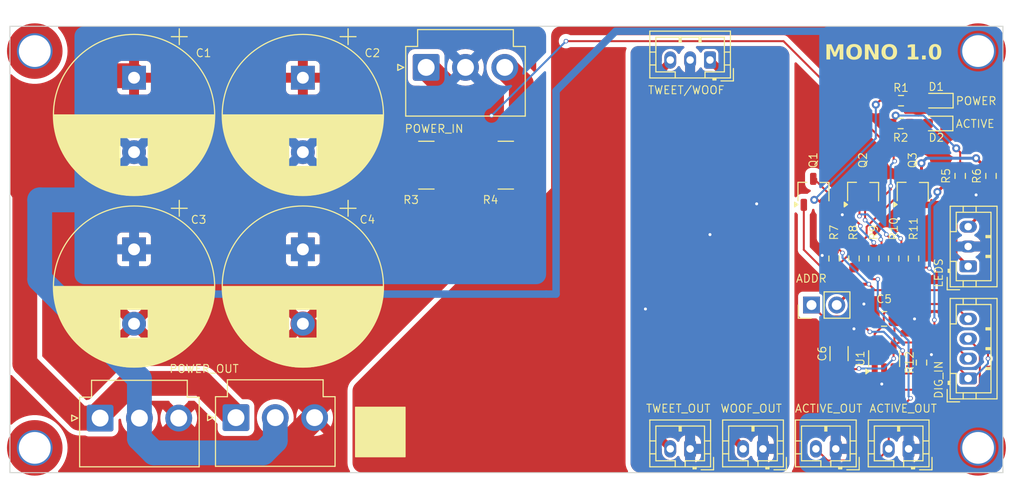
<source format=kicad_pcb>
(kicad_pcb (version 20240108) (generator "pcbnew") (generator_version "8.0")
  (layers (0 "F.Cu" signal) (31 "B.Cu" signal) (34 "B.Paste" user) (35 "F.Paste" user) (36 "B.SilkS" user "B.Silkscreen") (37 "F.SilkS" user "F.Silkscreen") (38 "B.Mask" user) (39 "F.Mask" user) (44 "Edge.Cuts" user))
  (net 0 "")
  (net 1 "VM")
  (net 2 "VP")
  (net 3 "PGND")
  (net 4 "POS")
  (net 5 "NEG")
  (net 6 "3V3")
  (net 7 "SCL")
  (net 8 "SDA")
  (net 9 "TWEETER")
  (net 10 "WOOFER")
  (net 11 "ACTIVE_IN")
  (net 12 "ACTIVE_OUT")
  (net 13 "AGND")
  (net 14 "Net-(Q1-B)")
  (net 15 "Net-(Q1-C)")
  (net 16 "Net-(Q2-B)")
  (net 17 "Net-(Q3-B)")
  (net 18 "ACTIVE_NEG")
  (net 19 "Net-(D1-A)")
  (net 20 "LED_ACTIVE")
  (net 21 "LED_STANDBY")
  (net 22 "Net-(D2-A)")
  (net 23 "Net-(J4-Pin_1)")
  (footprint "Capacitor_THT:CP_Radial_D16.0mm_P7.50mm" (layer "F.Cu") (at 98.4 95.987246 -90)
    (property "Reference" "C3" (at -2.987246 -6.5 0) (layer "F.SilkS") (effects (font (size 0.8 0.8) (thickness 0.1))))
    (property "Value" "2200u 50V")
    (pad "1" thru_hole rect (at 0 0 270) (size 2.4 2.4) (drill 1.2) (layers "*.Cu" "*.Mask") (net 3 "PGND"))
    (pad "2" thru_hole circle (at 7.5 0 270) (size 2.4 2.4) (drill 1.2) (layers "*.Cu" "*.Mask") (net 5 "NEG"))
  )
  (footprint "Connector_JST:JST_PH_B2B-PH-K_1x02_P2.00mm_Vertical" (layer "F.Cu") (at 154.4 116.1 180)
    (property "Reference" "J8" (hide yes))
    (property "Value" "Conn_01x02_Pin")
    (pad "1" thru_hole roundrect (at 0 0 180) (size 1.2 1.75) (drill 0.75) (layers "*.Cu" "*.Mask") (roundrect_rratio 0.208333) (net 13 "AGND"))
    (pad "2" thru_hole oval (at 2 0 180) (size 1.2 1.75) (drill 0.75) (layers "*.Cu" "*.Mask") (net 9 "TWEETER"))
  )
  (footprint "Capacitor_THT:CP_Radial_D16.0mm_P7.50mm" (layer "F.Cu") (at 98.4 78.687246 -90)
    (property "Reference" "C1" (at -2.487246 -7 0) (layer "F.SilkS") (effects (font (size 0.8 0.8) (thickness 0.1))))
    (property "Value" "2200u 50V")
    (pad "1" thru_hole rect (at 0 0 270) (size 2.4 2.4) (drill 1.2) (layers "*.Cu" "*.Mask") (net 4 "POS"))
    (pad "2" thru_hole circle (at 7.5 0 270) (size 2.4 2.4) (drill 1.2) (layers "*.Cu" "*.Mask") (net 3 "PGND"))
  )
  (footprint "Resistor_SMD:R_0603_1608Metric_Pad0.98x0.95mm_HandSolder" (layer "F.Cu") (at 174.9 96.9125 90)
    (property "Reference" "R10" (at 3 0 90) (layer "F.SilkS") (effects (font (size 0.8 0.8) (thickness 0.1))))
    (property "Value" "50K")
    (pad "1" smd roundrect (at -0.9125 0 90) (size 0.975 0.95) (layers "F.Cu" "F.Paste" "F.Mask") (net 5 "NEG"))
    (pad "2" smd roundrect (at 0.9125 0 90) (size 0.975 0.95) (layers "F.Cu" "F.Paste" "F.Mask") (net 16 "Net-(Q2-B)"))
  )
  (footprint "MountingHole:MountingHole_3.2mm_M3_DIN965_Pad_TopOnly" (layer "F.Cu") (at 88.4 76 90)
    (property "Reference" "H1" (hide yes))
    (property "Value" "MountingHole")
    (pad "1" thru_hole circle (at 0 0 90) (size 3.6 3.6) (drill 3.2) (layers "*.Cu" "*.Mask"))
    (pad "1" connect circle (at 0 0 90) (size 5.6 5.6) (layers "F.Cu" "F.Mask"))
  )
  (footprint "MountingHole:MountingHole_3.2mm_M3_DIN965_Pad_TopOnly" (layer "F.Cu") (at 88.4 116 90)
    (property "Reference" "H3" (hide yes))
    (property "Value" "MountingHole")
    (pad "1" thru_hole circle (at 0 0 90) (size 3.6 3.6) (drill 3.2) (layers "*.Cu" "*.Mask"))
    (pad "1" connect circle (at 0 0 90) (size 5.6 5.6) (layers "F.Cu" "F.Mask"))
  )
  (footprint "MountingHole:MountingHole_3.2mm_M3_DIN965_Pad_TopOnly" (layer "F.Cu") (at 183.4 76 90)
    (property "Reference" "H2" (hide yes))
    (property "Value" "MountingHole")
    (pad "1" thru_hole circle (at 0 0 90) (size 3.6 3.6) (drill 3.2) (layers "*.Cu" "*.Mask"))
    (pad "1" connect circle (at 0 0 90) (size 5.6 5.6) (layers "F.Cu" "F.Mask"))
  )
  (footprint "Connector_JST:JST_VH_B3P-VH-B_1x03_P3.96mm_Vertical" (layer "F.Cu") (at 108.6625 112.95)
    (property "Reference" "J6" (hide yes))
    (property "Value" "Conn_01x03_Male")
    (pad "1" thru_hole roundrect (at 0 0) (size 2.7 2.7) (drill 1.7) (layers "*.Cu" "*.Mask") (roundrect_rratio 0.092593) (net 4 "POS"))
    (pad "2" thru_hole circle (at 3.96 0) (size 2.7 2.7) (drill 1.7) (layers "*.Cu" "*.Mask") (net 3 "PGND"))
    (pad "3" thru_hole circle (at 7.92 0) (size 2.7 2.7) (drill 1.7) (layers "*.Cu" "*.Mask") (net 5 "NEG"))
  )
  (footprint "Connector_JST:JST_VH_B3P-VH-B_1x03_P3.96mm_Vertical" (layer "F.Cu") (at 94.98 113)
    (property "Reference" "J7" (hide yes))
    (property "Value" "Conn_01x03_Male")
    (pad "1" thru_hole roundrect (at 0 0) (size 2.7 2.7) (drill 1.7) (layers "*.Cu" "*.Mask") (roundrect_rratio 0.092593) (net 4 "POS"))
    (pad "2" thru_hole circle (at 3.96 0) (size 2.7 2.7) (drill 1.7) (layers "*.Cu" "*.Mask") (net 3 "PGND"))
    (pad "3" thru_hole circle (at 7.92 0) (size 2.7 2.7) (drill 1.7) (layers "*.Cu" "*.Mask") (net 5 "NEG"))
  )
  (footprint "Package_TO_SOT_SMD:TSOT-23" (layer "F.Cu") (at 166.8 90.19 90)
    (property "Reference" "Q1" (at 3.19 0 90) (layer "F.SilkS") (effects (font (size 0.8 0.8) (thickness 0.1))))
    (property "Value" "BC807")
    (pad "1" smd roundrect (at -1.31 -0.95 90) (size 1.22 0.65) (layers "F.Cu" "F.Paste" "F.Mask") (net 14 "Net-(Q1-B)"))
    (pad "2" smd roundrect (at -1.31 0.95 90) (size 1.22 0.65) (layers "F.Cu" "F.Paste" "F.Mask") (net 6 "3V3"))
    (pad "3" smd roundrect (at 1.31 0 90) (size 1.22 0.65) (layers "F.Cu" "F.Paste" "F.Mask") (net 15 "Net-(Q1-C)"))
  )
  (footprint "Connector_JST:JST_PH_B2B-PH-K_1x02_P2.00mm_Vertical" (layer "F.Cu") (at 161.733333 116.1 180)
    (property "Reference" "J9" (hide yes))
    (property "Value" "Conn_01x02_Pin")
    (pad "1" thru_hole roundrect (at 0 0 180) (size 1.2 1.75) (drill 0.75) (layers "*.Cu" "*.Mask") (roundrect_rratio 0.208333) (net 13 "AGND"))
    (pad "2" thru_hole oval (at 2 0 180) (size 1.2 1.75) (drill 0.75) (layers "*.Cu" "*.Mask") (net 10 "WOOFER"))
  )
  (footprint "Connector_JST:JST_PH_B2B-PH-K_1x02_P2.00mm_Vertical" (layer "F.Cu") (at 169.066666 116.1 180)
    (property "Reference" "J10" (hide yes))
    (property "Value" "Conn_01x02_Pin")
    (pad "1" thru_hole roundrect (at 0 0 180) (size 1.2 1.75) (drill 0.75) (layers "*.Cu" "*.Mask") (roundrect_rratio 0.208333) (net 3 "PGND"))
    (pad "2" thru_hole oval (at 2 0 180) (size 1.2 1.75) (drill 0.75) (layers "*.Cu" "*.Mask") (net 12 "ACTIVE_OUT"))
  )
  (footprint "Connector_JST:JST_PH_B3B-PH-K_1x03_P2.00mm_Vertical" (layer "F.Cu") (at 182.4 97.7 90)
    (property "Reference" "J3" (hide yes))
    (property "Value" "Conn_01x03_Pin")
    (pad "1" thru_hole roundrect (at 0 0 90) (size 1.2 1.75) (drill 0.75) (layers "*.Cu" "*.Mask") (roundrect_rratio 0.208333) (net 20 "LED_ACTIVE"))
    (pad "2" thru_hole oval (at 2 0 90) (size 1.2 1.75) (drill 0.75) (layers "*.Cu" "*.Mask") (net 3 "PGND"))
    (pad "3" thru_hole oval (at 4 0 90) (size 1.2 1.75) (drill 0.75) (layers "*.Cu" "*.Mask") (net 21 "LED_STANDBY"))
  )
  (footprint "Resistor_SMD:R_0603_1608Metric_Pad0.98x0.95mm_HandSolder" (layer "F.Cu") (at 170.9 96.9125 -90)
    (property "Reference" "R8" (at -2.619047 0.07 90) (layer "F.SilkS") (effects (font (size 0.8 0.8) (thickness 0.1))))
    (property "Value" "1K")
    (pad "1" smd roundrect (at -0.9125 0 270) (size 0.975 0.95) (layers "F.Cu" "F.Paste" "F.Mask") (net 18 "ACTIVE_NEG"))
    (pad "2" smd roundrect (at 0.9125 0 270) (size 0.975 0.95) (layers "F.Cu" "F.Paste" "F.Mask") (net 14 "Net-(Q1-B)"))
  )
  (footprint "Resistor_SMD:R_1218_3246Metric_Pad1.22x4.75mm_HandSolder" (layer "F.Cu") (at 127.8375 87.5 180)
    (property "Reference" "R3" (at 1.5375 -3.5 0) (layer "F.SilkS") (effects (font (size 0.8 0.8) (thickness 0.1))))
    (property "Value" "470m 3W")
    (pad "1" smd roundrect (at -1.5625 0 180) (size 1.225 4.75) (layers "F.Cu" "F.Paste" "F.Mask") (roundrect_rratio 0.204082) (net 2 "VP"))
    (pad "2" smd roundrect (at 1.5625 0 180) (size 1.225 4.75) (layers "F.Cu" "F.Paste" "F.Mask") (roundrect_rratio 0.204082) (net 4 "POS"))
  )
  (footprint "Connector_JST:JST_VH_B3P-VH-B_1x03_P3.96mm_Vertical" (layer "F.Cu") (at 127.8175 77.64375)
    (property "Reference" "J2" (hide yes))
    (property "Value" "Conn_01x03_Male")
    (pad "1" thru_hole roundrect (at 0 0) (size 2.7 2.7) (drill 1.7) (layers "*.Cu" "*.Mask") (roundrect_rratio 0.092593) (net 2 "VP"))
    (pad "2" thru_hole circle (at 3.96 0) (size 2.7 2.7) (drill 1.7) (layers "*.Cu" "*.Mask") (net 3 "PGND"))
    (pad "3" thru_hole circle (at 7.92 0) (size 2.7 2.7) (drill 1.7) (layers "*.Cu" "*.Mask") (net 1 "VM"))
  )
  (footprint "Capacitor_SMD:C_0805_2012Metric_Pad1.18x1.45mm_HandSolder" (layer "F.Cu") (at 173.9375 103 180)
    (property "Reference" "C5" (at 0 2 0) (layer "F.SilkS") (effects (font (size 0.8 0.8) (thickness 0.1))))
    (property "Value" "0.1u")
    (pad "1" smd roundrect (at -1.0375 0 180) (size 1.175 1.45) (layers "F.Cu" "F.Paste" "F.Mask") (roundrect_rratio 0.212766) (net 6 "3V3"))
    (pad "2" smd roundrect (at 1.0375 0 180) (size 1.175 1.45) (layers "F.Cu" "F.Paste" "F.Mask") (roundrect_rratio 0.212766) (net 3 "PGND"))
  )
  (footprint "Connector_PinHeader_2.54mm:PinHeader_1x02_P2.54mm_Vertical" (layer "F.Cu") (at 166.625 101.6 90)
    (property "Reference" "J4" (hide yes))
    (property "Value" "Conn_01x02_Pin")
    (pad "1" thru_hole rect (at 0 0 90) (size 1.7 1.7) (drill 1) (layers "*.Cu" "*.Mask") (net 23 "Net-(J4-Pin_1)"))
    (pad "2" thru_hole oval (at 0 2.54 90) (size 1.7 1.7) (drill 1) (layers "*.Cu" "*.Mask") (net 6 "3V3"))
  )
  (footprint "Package_TO_SOT_SMD:TSOT-23" (layer "F.Cu") (at 171.8 90.19 90)
    (property "Reference" "Q2" (at 3.19 0 90) (layer "F.SilkS") (effects (font (size 0.8 0.8) (thickness 0.1))))
    (property "Value" "BC817K-40")
    (pad "1" smd roundrect (at -1.31 -0.95 90) (size 1.22 0.65) (layers "F.Cu" "F.Paste" "F.Mask") (net 16 "Net-(Q2-B)"))
    (pad "2" smd roundrect (at -1.31 0.95 90) (size 1.22 0.65) (layers "F.Cu" "F.Paste" "F.Mask") (net 5 "NEG"))
    (pad "3" smd roundrect (at 1.31 0 90) (size 1.22 0.65) (layers "F.Cu" "F.Paste" "F.Mask") (net 12 "ACTIVE_OUT"))
  )
  (footprint "Capacitor_THT:CP_Radial_D16.0mm_P7.50mm" (layer "F.Cu") (at 115.4 95.987246 -90)
    (property "Reference" "C4" (at -3 -6.5 0) (layer "F.SilkS") (effects (font (size 0.8 0.8) (thickness 0.1))))
    (property "Value" "2200u 50V")
    (pad "1" thru_hole rect (at 0 0 270) (size 2.4 2.4) (drill 1.2) (layers "*.Cu" "*.Mask") (net 3 "PGND"))
    (pad "2" thru_hole circle (at 7.5 0 270) (size 2.4 2.4) (drill 1.2) (layers "*.Cu" "*.Mask") (net 5 "NEG"))
  )
  (footprint "Connector_JST:JST_PH_B3B-PH-K_1x03_P2.00mm_Vertical" (layer "F.Cu") (at 156.4 76.9 180)
    (property "Reference" "J1" (hide yes))
    (property "Value" "Conn_01x03_Pin")
    (pad "1" thru_hole roundrect (at 0 0 180) (size 1.2 1.75) (drill 0.75) (layers "*.Cu" "*.Mask") (roundrect_rratio 0.208333) (net 10 "WOOFER"))
    (pad "2" thru_hole oval (at 2 0 180) (size 1.2 1.75) (drill 0.75) (layers "*.Cu" "*.Mask") (net 13 "AGND"))
    (pad "3" thru_hole oval (at 4 0 180) (size 1.2 1.75) (drill 0.75) (layers "*.Cu" "*.Mask") (net 9 "TWEETER"))
  )
  (footprint "Connector_JST:JST_PH_B2B-PH-K_1x02_P2.00mm_Vertical" (layer "F.Cu") (at 176.4 116.1 180)
    (property "Reference" "J11" (hide yes))
    (property "Value" "Conn_01x02_Pin")
    (pad "1" thru_hole roundrect (at 0 0 180) (size 1.2 1.75) (drill 0.75) (layers "*.Cu" "*.Mask") (roundrect_rratio 0.208333) (net 3 "PGND"))
    (pad "2" thru_hole oval (at 2 0 180) (size 1.2 1.75) (drill 0.75) (layers "*.Cu" "*.Mask") (net 12 "ACTIVE_OUT"))
  )
  (footprint "LED_SMD:LED_0603_1608Metric_Pad1.05x0.95mm_HandSolder" (layer "F.Cu") (at 179.225 81 180)
    (property "Reference" "D1" (at 0.0375 1.4 0) (layer "F.SilkS") (effects (font (size 0.8 0.8) (thickness 0.1))))
    (property "Value" "BLUE")
    (pad "1" smd roundrect (at -0.875 0 180) (size 1.05 0.95) (layers "F.Cu" "F.Paste" "F.Mask") (net 3 "PGND"))
    (pad "2" smd roundrect (at 0.875 0 180) (size 1.05 0.95) (layers "F.Cu" "F.Paste" "F.Mask") (net 19 "Net-(D1-A)"))
  )
  (footprint "Resistor_SMD:R_1218_3246Metric_Pad1.22x4.75mm_HandSolder" (layer "F.Cu") (at 135.8375 87.5 180)
    (property "Reference" "R4" (at 1.5375 -3.5 0) (layer "F.SilkS") (effects (font (size 0.8 0.8) (thickness 0.1))))
    (property "Value" "470m 3W")
    (pad "1" smd roundrect (at -1.5625 0 180) (size 1.225 4.75) (layers "F.Cu" "F.Paste" "F.Mask") (roundrect_rratio 0.204082) (net 1 "VM"))
    (pad "2" smd roundrect (at 1.5625 0 180) (size 1.225 4.75) (layers "F.Cu" "F.Paste" "F.Mask") (roundrect_rratio 0.204082) (net 5 "NEG"))
  )
  (footprint "LED_SMD:LED_0603_1608Metric_Pad1.05x0.95mm_HandSolder" (layer "F.Cu") (at 179.2 83.3 180)
    (property "Reference" "D2" (at 0 -1.43 0) (layer "F.SilkS") (effects (font (size 0.8 0.8) (thickness 0.1))))
    (property "Value" "RED")
    (pad "1" smd roundrect (at -0.875 0 180) (size 1.05 0.95) (layers "F.Cu" "F.Paste" "F.Mask") (net 3 "PGND"))
    (pad "2" smd roundrect (at 0.875 0 180) (size 1.05 0.95) (layers "F.Cu" "F.Paste" "F.Mask") (net 22 "Net-(D2-A)"))
  )
  (footprint "Capacitor_THT:CP_Radial_D16.0mm_P7.50mm" (layer "F.Cu") (at 115.4 78.687246 -90)
    (property "Reference" "C2" (at -2.487246 -7 0) (layer "F.SilkS") (effects (font (size 0.8 0.8) (thickness 0.1))))
    (property "Value" "2200u 50V")
    (pad "1" thru_hole rect (at 0 0 270) (size 2.4 2.4) (drill 1.2) (layers "*.Cu" "*.Mask") (net 4 "POS"))
    (pad "2" thru_hole circle (at 7.5 0 270) (size 2.4 2.4) (drill 1.2) (layers "*.Cu" "*.Mask") (net 3 "PGND"))
  )
  (footprint "Resistor_SMD:R_0603_1608Metric_Pad0.98x0.95mm_HandSolder" (layer "F.Cu") (at 181.6 88.5875 90)
    (property "Reference" "R5" (at 0 -1.43 90) (layer "F.SilkS") (effects (font (size 0.8 0.8) (thickness 0.1))))
    (property "Value" "550R")
    (pad "1" smd roundrect (at -0.9125 0 90) (size 0.975 0.95) (layers "F.Cu" "F.Paste" "F.Mask") (net 20 "LED_ACTIVE"))
    (pad "2" smd roundrect (at 0.9125 0 90) (size 0.975 0.95) (layers "F.Cu" "F.Paste" "F.Mask") (net 11 "ACTIVE_IN"))
  )
  (footprint "Resistor_SMD:R_0603_1608Metric_Pad0.98x0.95mm_HandSolder" (layer "F.Cu") (at 172.9 96.9125 90)
    (property "Reference" "R9" (at 2.619047 0 90) (layer "F.SilkS") (effects (font (size 0.8 0.8) (thickness 0.1))))
    (property "Value" "100K")
    (pad "1" smd roundrect (at -0.9125 0 90) (size 0.975 0.95) (layers "F.Cu" "F.Paste" "F.Mask") (net 16 "Net-(Q2-B)"))
    (pad "2" smd roundrect (at 0.9125 0 90) (size 0.975 0.95) (layers "F.Cu" "F.Paste" "F.Mask") (net 15 "Net-(Q1-C)"))
  )
  (footprint "Resistor_SMD:R_0603_1608Metric_Pad0.98x0.95mm_HandSolder" (layer "F.Cu") (at 184.7 88.5875 90)
    (property "Reference" "R6" (at 0 -1.43 90) (layer "F.SilkS") (effects (font (size 0.8 0.8) (thickness 0.1))))
    (property "Value" "150R")
    (pad "1" smd roundrect (at -0.9125 0 90) (size 0.975 0.95) (layers "F.Cu" "F.Paste" "F.Mask") (net 21 "LED_STANDBY"))
    (pad "2" smd roundrect (at 0.9125 0 90) (size 0.975 0.95) (layers "F.Cu" "F.Paste" "F.Mask") (net 18 "ACTIVE_NEG"))
  )
  (footprint "Connector_JST:JST_PH_B4B-PH-K_1x04_P2.00mm_Vertical" (layer "F.Cu") (at 182.4 109 90)
    (property "Reference" "J5" (hide yes))
    (property "Value" "Conn_01x04_Pin")
    (pad "1" thru_hole roundrect (at 0 0 90) (size 1.2 1.75) (drill 0.75) (layers "*.Cu" "*.Mask") (roundrect_rratio 0.208333) (net 6 "3V3"))
    (pad "2" thru_hole oval (at 2 0 90) (size 1.2 1.75) (drill 0.75) (layers "*.Cu" "*.Mask") (net 11 "ACTIVE_IN"))
    (pad "3" thru_hole oval (at 4 0 90) (size 1.2 1.75) (drill 0.75) (layers "*.Cu" "*.Mask") (net 7 "SCL"))
    (pad "4" thru_hole oval (at 6 0 90) (size 1.2 1.75) (drill 0.75) (layers "*.Cu" "*.Mask") (net 8 "SDA"))
  )
  (footprint "Resistor_SMD:R_0603_1608Metric_Pad0.98x0.95mm_HandSolder" (layer "F.Cu") (at 175.6375 81 180)
    (property "Reference" "R1" (at 0 1.3 0) (layer "F.SilkS") (effects (font (size 0.8 0.8) (thickness 0.1))))
    (property "Value" "150R")
    (pad "1" smd roundrect (at -0.9125 0 180) (size 0.975 0.95) (layers "F.Cu" "F.Paste" "F.Mask") (net 19 "Net-(D1-A)"))
    (pad "2" smd roundrect (at 0.9125 0 180) (size 0.975 0.95) (layers "F.Cu" "F.Paste" "F.Mask") (net 6 "3V3"))
  )
  (footprint "Resistor_SMD:R_0603_1608Metric_Pad0.98x0.95mm_HandSolder" (layer "F.Cu") (at 176.9 96.9125 90)
    (property "Reference" "R11" (at 3 0 90) (layer "F.SilkS") (effects (font (size 0.8 0.8) (thickness 0.1))))
    (property "Value" "1K")
    (pad "1" smd roundrect (at -0.9125 0 90) (size 0.975 0.95) (layers "F.Cu" "F.Paste" "F.Mask") (net 11 "ACTIVE_IN"))
    (pad "2" smd roundrect (at 0.9125 0 90) (size 0.975 0.95) (layers "F.Cu" "F.Paste" "F.Mask") (net 17 "Net-(Q3-B)"))
  )
  (footprint "Resistor_SMD:R_0603_1608Metric_Pad0.98x0.95mm_HandSolder" (layer "F.Cu") (at 177.7 107.4 90)
    (property "Reference" "R12" (at 0 -1.2 90) (layer "F.SilkS") (effects (font (size 0.8 0.8) (thickness 0.1))))
    (property "Value" "4.7k")
    (pad "1" smd roundrect (at -0.9125 0 90) (size 0.975 0.95) (layers "F.Cu" "F.Paste" "F.Mask") (net 23 "Net-(J4-Pin_1)"))
    (pad "2" smd roundrect (at 0.9125 0 90) (size 0.975 0.95) (layers "F.Cu" "F.Paste" "F.Mask") (net 3 "PGND"))
  )
  (footprint "MountingHole:MountingHole_3.2mm_M3_DIN965_Pad_TopOnly" (layer "F.Cu") (at 183.4 116 90)
    (property "Reference" "H4" (hide yes))
    (property "Value" "MountingHole")
    (pad "1" thru_hole circle (at 0 0 90) (size 3.6 3.6) (drill 3.2) (layers "*.Cu" "*.Mask"))
    (pad "1" connect circle (at 0 0 90) (size 5.6 5.6) (layers "F.Cu" "F.Mask"))
  )
  (footprint "Package_TO_SOT_SMD:TSOT-23" (layer "F.Cu") (at 176.8 90.19 90)
    (property "Reference" "Q3" (at 3.19 0 90) (layer "F.SilkS") (effects (font (size 0.8 0.8) (thickness 0.1))))
    (property "Value" "BC817K-40")
    (pad "1" smd roundrect (at -1.31 -0.95 90) (size 1.22 0.65) (layers "F.Cu" "F.Paste" "F.Mask") (net 17 "Net-(Q3-B)"))
    (pad "2" smd roundrect (at -1.31 0.95 90) (size 1.22 0.65) (layers "F.Cu" "F.Paste" "F.Mask") (net 3 "PGND"))
    (pad "3" smd roundrect (at 1.31 0 90) (size 1.22 0.65) (layers "F.Cu" "F.Paste" "F.Mask") (net 18 "ACTIVE_NEG"))
  )
  (footprint "Resistor_SMD:R_0603_1608Metric_Pad0.98x0.95mm_HandSolder" (layer "F.Cu") (at 168.9 96.9125 90)
    (property "Reference" "R7" (at 2.619047 0 90) (layer "F.SilkS") (effects (font (size 0.8 0.8) (thickness 0.1))))
    (property "Value" "10k")
    (pad "1" smd roundrect (at -0.9125 0 90) (size 0.975 0.95) (layers "F.Cu" "F.Paste" "F.Mask") (net 18 "ACTIVE_NEG"))
    (pad "2" smd roundrect (at 0.9125 0 90) (size 0.975 0.95) (layers "F.Cu" "F.Paste" "F.Mask") (net 6 "3V3"))
  )
  (footprint "Capacitor_SMD:C_1206_3216Metric_Pad1.33x1.80mm_HandSolder" (layer "F.Cu") (at 169.4 106.5 90)
    (property "Reference" "C6" (at 0 -1.7 90) (layer "F.SilkS") (effects (font (size 0.8 0.8) (thickness 0.1))))
    (property "Value" "10u")
    (pad "1" smd roundrect (at -1.5625 0 90) (size 1.325 1.8) (layers "F.Cu" "F.Paste" "F.Mask") (roundrect_rratio 0.188679) (net 6 "3V3"))
    (pad "2" smd roundrect (at 1.5625 0 90) (size 1.325 1.8) (layers "F.Cu" "F.Paste" "F.Mask") (roundrect_rratio 0.188679) (net 3 "PGND"))
  )
  (footprint "Resistor_SMD:R_0603_1608Metric_Pad0.98x0.95mm_HandSolder" (layer "F.Cu") (at 175.6 83.3 180)
    (property "Reference" "R2" (at 0 -1.43 0) (layer "F.SilkS") (effects (font (size 0.8 0.8) (thickness 0.1))))
    (property "Value" "300R")
    (pad "1" smd roundrect (at -0.9125 0 180) (size 0.975 0.95) (layers "F.Cu" "F.Paste" "F.Mask") (net 22 "Net-(D2-A)"))
    (pad "2" smd roundrect (at 0.9125 0 180) (size 0.975 0.95) (layers "F.Cu" "F.Paste" "F.Mask") (net 11 "ACTIVE_IN"))
  )
  (footprint "Package_TO_SOT_SMD:SOT-23-6" (layer "F.Cu") (at 173.9375 107 90)
    (property "Reference" "U1" (at 0 -2.4 90) (layer "F.SilkS") (effects (font (size 0.8 0.8) (thickness 0.1))))
    (property "Value" "TMP100")
    (pad "1" smd roundrect (at -1.1375 -0.95 90) (size 1.325 0.6) (layers "F.Cu" "F.Paste" "F.Mask") (net 7 "SCL"))
    (pad "2" smd roundrect (at -1.1375 0 90) (size 1.325 0.6) (layers "F.Cu" "F.Paste" "F.Mask") (net 3 "PGND"))
    (pad "3" smd roundrect (at -1.1375 0.95 90) (size 1.325 0.6) (layers "F.Cu" "F.Paste" "F.Mask") (net 23 "Net-(J4-Pin_1)"))
    (pad "4" smd roundrect (at 1.1375 0.95 90) (size 1.325 0.6) (layers "F.Cu" "F.Paste" "F.Mask") (net 6 "3V3"))
    (pad "5" smd roundrect (at 1.1375 0 90) (size 1.325 0.6) (layers "F.Cu" "F.Paste" "F.Mask") (net 6 "3V3"))
    (pad "6" smd roundrect (at 1.1375 -0.95 90) (size 1.325 0.6) (layers "F.Cu" "F.Paste" "F.Mask") (net 8 "SDA"))
  )
  (gr_rect (start 120.7 111.9) (end 125.7 116.9) (stroke (width 0.1)) (fill solid) (layer "F.SilkS"))
  (gr_line (start 85.9 118.5) (end 85.9 73.5) (stroke (width 0.1)) (layer "Edge.Cuts"))
  (gr_line (start 85.9 73.5) (end 185.9 73.5) (stroke (width 0.1)) (layer "Edge.Cuts"))
  (gr_line (start 185.9 73.5) (end 185.9 118.5) (stroke (width 0.1)) (layer "Edge.Cuts"))
  (gr_line (start 185.9 118.5) (end 85.9 118.5) (stroke (width 0.1)) (layer "Edge.Cuts"))
  (gr_text "LEDS" (at 179.9 99.9 90) (layer "F.SilkS") (effects (font (size 0.8 0.8) (thickness 0.1)) (justify left bottom)))
  (gr_text "DIG_IN" (at 179.9 111.1 90) (layer "F.SilkS") (effects (font (size 0.8 0.8) (thickness 0.1)) (justify left bottom)))
  (gr_text "ACTIVE" (at 181.1 83.8 0) (layer "F.SilkS") (effects (font (size 0.8 0.8) (thickness 0.1)) (justify left bottom)))
  (gr_text "POWER" (at 181.1 81.5 0) (layer "F.SilkS") (effects (font (size 0.8 0.8) (thickness 0.1)) (justify left bottom)))
  (gr_text "WOOF_OUT" (at 157.4 112.5 0) (layer "F.SilkS") (effects (font (size 0.8 0.8) (thickness 0.1)) (justify left bottom)))
  (gr_text "ADDR" (at 165 99.4 0) (layer "F.SilkS") (effects (font (size 0.8 0.8) (thickness 0.1)) (justify left bottom)))
  (gr_text "ACTIVE_OUT" (at 164.9 112.5 0) (layer "F.SilkS") (effects (font (size 0.8 0.8) (thickness 0.1)) (justify left bottom)))
  (gr_text "POWER_OUT" (at 101.9 108.5 0) (layer "F.SilkS") (effects (font (size 0.8 0.8) (thickness 0.1)) (justify left bottom)))
  (gr_text "POWER_IN" (at 125.6 84.3 0) (layer "F.SilkS") (effects (font (size 0.8 0.8) (thickness 0.1)) (justify left bottom)))
  (gr_text "TWEET/WOOF" (at 150.1 80.4 0) (layer "F.SilkS") (effects (font (size 0.8 0.8) (thickness 0.1)) (justify left bottom)))
  (gr_text "MONO 1.0" (at 179.8 77.1 0) (layer "F.SilkS") (effects (font (size 1.5 1.5) (thickness 0.1) (bold yes)) (justify right bottom)))
  (gr_text "TWEET_OUT" (at 149.9 112.5 0) (layer "F.SilkS") (effects (font (size 0.8 0.8) (thickness 0.1)) (justify left bottom)))
  (gr_text "ACTIVE_OUT" (at 172.4 112.5 0) (layer "F.SilkS") (effects (font (size 0.8 0.8) (thickness 0.1)) (justify left bottom)))
  (segment (start 137.4 79.30625) (end 137.4 86.69375) (width 2.5) (layer "F.Cu") (net 1))
  (segment (start 135.7375 77.64375) (end 137.4 79.30625) (width 2.5) (layer "F.Cu") (net 1))
  (segment (start 127.8175 77.64375) (end 129.4 79.22625) (width 2.5) (layer "F.Cu") (net 2))
  (segment (start 129.4 79.22625) (end 129.4 87.5) (width 2.5) (layer "F.Cu") (net 2))
  (segment (start 172.9 102.5) (end 171.9 101.5) (width 0.2) (layer "F.Cu") (net 3))
  (segment (start 173.9375 109.328851) (end 173.70049 109.565861) (width 0.2) (layer "F.Cu") (net 3))
  (segment (start 177.7 106.4875) (end 178.5875 106.4875) (width 0.3) (layer "F.Cu") (net 3))
  (segment (start 173.9375 108.1375) (end 173.9375 109.328851) (width 0.2) (layer "F.Cu") (net 3))
  (segment (start 178.5875 106.4875) (end 178.7 106.6) (width 0.3) (layer "F.Cu") (net 3))
  (segment (start 169.9625 104.9375) (end 170.9 104) (width 0.2) (layer "F.Cu") (net 3))
  (via (at 170.9 104) (size 0.45) (drill 0.3) (layers "F.Cu" "B.Cu") (net 3))
  (via (at 169.725 92.5) (size 0.45) (drill 0.3) (layers "F.Cu" "B.Cu") (net 3))
  (via (at 167.7 96.6) (size 0.45) (drill 0.3) (layers "F.Cu" "B.Cu") (net 3))
  (via (at 178.7 106.6) (size 0.45) (drill 0.3) (layers "F.Cu" "B.Cu") (net 3))
  (via (at 171.9 101.5) (size 0.45) (drill 0.3) (layers "F.Cu" "B.Cu") (net 3))
  (via (at 175.4 92.9) (size 0.45) (drill 0.3) (layers "F.Cu" "B.Cu") (net 3))
  (via (at 177 103) (size 0.45) (drill 0.3) (layers "F.Cu" "B.Cu") (net 3))
  (via (at 173.70049 109.565861) (size 0.45) (drill 0.3) (layers "F.Cu" "B.Cu") (net 3))
  (via (at 183.2 90.5) (size 0.45) (drill 0.3) (layers "F.Cu" "B.Cu") (net 3))
  (segment (start 98.94 115.04) (end 98.94 113) (width 2.5) (layer "B.Cu") (net 3))
  (segment (start 111.4 116.5) (end 100.4 116.5) (width 2.5) (layer "B.Cu") (net 3))
  (segment (start 112.6225 112.95) (end 112.6225 115.2775) (width 2.5) (layer "B.Cu") (net 3))
  (segment (start 112.6225 115.2775) (end 111.4 116.5) (width 2.5) (layer "B.Cu") (net 3))
  (segment (start 88.9 91) (end 97.4 91) (width 2.5) (layer "B.Cu") (net 3))
  (segment (start 139.9 100.5) (end 92.4 100.5) (width 0.75) (layer "B.Cu") (net 3))
  (segment (start 98.94 109.04) (end 91.4 101.5) (width 2.5) (layer "B.Cu") (net 3))
  (segment (start 167.9 74) (end 146.9 74) (width 0.75) (layer "B.Cu") (net 3))
  (segment (start 140.9 80) (end 140.9 100.5) (width 0.75) (layer "B.Cu") (net 3))
  (segment (start 97.4 91) (end 97.9 90.5) (width 2.5) (layer "B.Cu") (net 3))
  (segment (start 92.4 100.5) (end 91.4 101.5) (width 0.75) (layer "B.Cu") (net 3))
  (segment (start 140.9 100.5) (end 139.9 100.5) (width 0.75) (layer "B.Cu") (net 3))
  (segment (start 98.94 113) (end 98.94 109.04) (width 2.5) (layer "B.Cu") (net 3))
  (segment (start 100.4 116.5) (end 98.94 115.04) (width 2.5) (layer "B.Cu") (net 3))
  (segment (start 88.9 99) (end 88.9 91) (width 2.5) (layer "B.Cu") (net 3))
  (segment (start 146.9 74) (end 140.9 80) (width 0.75) (layer "B.Cu") (net 3))
  (segment (start 91.4 101.5) (end 88.9 99) (width 2.5) (layer "B.Cu") (net 3))
  (segment (start 87.4 85.25) (end 87.4 107.5) (width 2.5) (layer "F.Cu") (net 4))
  (segment (start 94.312754 78.487246) (end 87.8 85) (width 2.5) (layer "F.Cu") (net 4))
  (segment (start 92.9 113) (end 94.98 113) (width 2.5) (layer "F.Cu") (net 4))
  (segment (start 98 109.5) (end 94.98 112.52) (width 2.5) (layer "F.Cu") (net 4))
  (segment (start 108.6625 112.95) (end 105.2125 109.5) (width 2.5) (layer "F.Cu") (net 4))
  (segment (start 94.98 112.52) (end 94.98 113) (width 2.5) (layer "F.Cu") (net 4))
  (segment (start 105.2125 109.5) (end 98 109.5) (width 2.5) (layer "F.Cu") (net 4))
  (segment (start 87.4 107.5) (end 92.9 113) (width 2.5) (layer "F.Cu") (net 4))
  (segment (start 98.4 78.487246) (end 94.312754 78.487246) (width 2.5) (layer "F.Cu") (net 4))
  (segment (start 104.4 116.5) (end 113.0325 116.5) (width 2.5) (layer "F.Cu") (net 5))
  (segment (start 141.9 75) (end 163.8 75) (width 0.2) (layer "F.Cu") (net 5))
  (segment (start 174.9 86.1) (end 174.9 87) (width 0.2) (layer "F.Cu") (net 5))
  (segment (start 113.0325 116.5) (end 116.5825 112.95) (width 2.5) (layer "F.Cu") (net 5))
  (segment (start 102.9 113) (end 102.9 115) (width 2.5) (layer "F.Cu") (net 5))
  (segment (start 173.05 91.5) (end 174.6 89.95) (width 0.2) (layer "F.Cu") (net 5))
  (segment (start 116.5825 112.95) (end 116.5825 104.6825) (width 2.5) (layer "F.Cu") (net 5))
  (segment (start 174.6 89.95) (end 174.6 89.6) (width 0.2) (layer "F.Cu") (net 5))
  (segment (start 174.9 87) (end 175 87.1) (width 0.2) (layer "F.Cu") (net 5))
  (segment (start 163.8 75) (end 174.9 86.1) (width 0.2) (layer "F.Cu") (net 5))
  (segment (start 175.675 94.975) (end 175.6 94.9) (width 0.2) (layer "F.Cu") (net 5))
  (segment (start 175.675 97.05) (end 175.675 94.975) (width 0.2) (layer "F.Cu") (net 5))
  (segment (start 116.5825 104.6825) (end 115.4 103.5) (width 2.5) (layer "F.Cu") (net 5))
  (segment (start 174.9 97.825) (end 175.675 97.05) (width 0.2) (layer "F.Cu") (net 5))
  (segment (start 102.9 115) (end 104.4 116.5) (width 2.5) (layer "F.Cu") (net 5))
  (via (at 175 87.1) (size 0.45) (drill 0.3) (layers "F.Cu" "B.Cu") (net 5))
  (via (at 141.9 75) (size 0.45) (drill 0.3) (layers "F.Cu" "B.Cu") (net 5))
  (via (at 134.4 82.5) (size 0.45) (drill 0.3) (layers "F.Cu" "B.Cu") (net 5))
  (via (at 175.6 94.9) (size 0.45) (drill 0.3) (layers "F.Cu" "B.Cu") (net 5))
  (via (at 174.6 89.6) (size 0.45) (drill 0.3) (layers "F.Cu" "B.Cu") (net 5))
  (segment (start 174.6 87.5) (end 174.6 89.6) (width 0.2) (layer "B.Cu") (net 5))
  (segment (start 174.6 89.6) (end 174.5 89.7) (width 0.2) (layer "B.Cu") (net 5))
  (segment (start 174.5 93.8) (end 175.6 94.9) (width 0.2) (layer "B.Cu") (net 5))
  (segment (start 174.5 89.7) (end 174.5 93.8) (width 0.2) (layer "B.Cu") (net 5))
  (segment (start 175 87.1) (end 174.6 87.5) (width 0.2) (layer "B.Cu") (net 5))
  (segment (start 134.4 82.5) (end 141.9 75) (width 0.2) (layer "B.Cu") (net 5))
  (segment (start 174.8875 106.9875) (end 174.9 107) (width 0.2) (layer "F.Cu") (net 6))
  (segment (start 171.265 99.5) (end 172.4 99.5) (width 0.3) (layer "F.Cu") (net 6))
  (segment (start 173.5 81) (end 173.1 81.4) (width 0.2) (layer "F.Cu") (net 6))
  (segment (start 184.4 102.5) (end 182 100.1) (width 0.2) (layer "F.Cu") (net 6))
  (segment (start 174.8875 105.8625) (end 174.503185 105.8625) (width 0.2) (layer "F.Cu") (net 6))
  (segment (start 178.875 105.375) (end 175.375 105.375) (width 0.2) (layer "F.Cu") (net 6))
  (segment (start 169.165 101.6) (end 171.265 99.5) (width 0.3) (layer "F.Cu") (net 6))
  (segment (start 184.4 107) (end 184.4 102.5) (width 0.2) (layer "F.Cu") (net 6))
  (segment (start 174.975 103) (end 174.975 105.775) (width 0.2) (layer "F.Cu") (net 6))
  (segment (start 169.4 108.0625) (end 171.3375 108.0625) (width 0.2) (layer "F.Cu") (net 6))
  (segment (start 167.75 91.5) (end 167.75 94.85) (width 0.2) (layer "F.Cu") (net 6))
  (segment (start 173 100.1) (end 172.4 99.5) (width 0.2) (layer "F.Cu") (net 6))
  (segment (start 168.9 96) (end 169.4 96) (width 0.2) (layer "F.Cu") (net 6))
  (segment (start 167.25 91) (end 167.75 91.5) (width 0.2) (layer "F.Cu") (net 6))
  (segment (start 182.4 108.9) (end 178.875 105.375) (width 0.2) (layer "F.Cu") (net 6))
  (segment (start 174.503185 105.8625) (end 174.220342 105.579657) (width 0.2) (layer "F.Cu") (net 6))
  (segment (start 175.375 105.375) (end 174.8875 105.8625) (width 0.2) (layer "F.Cu") (net 6))
  (segment (start 182 100.1) (end 173 100.1) (width 0.2) (layer "F.Cu") (net 6))
  (segment (start 171.3375 108.0625) (end 171.4 108) (width 0.2) (layer "F.Cu") (net 6))
  (segment (start 167.75 94.85) (end 168.9 96) (width 0.2) (layer "F.Cu") (net 6))
  (segment (start 174.8875 105.8625) (end 174.8875 106.9875) (width 0.2) (layer "F.Cu") (net 6))
  (segment (start 174.725 81) (end 173.5 81) (width 0.2) (layer "F.Cu") (net 6))
  (segment (start 166.9 91) (end 167.25 91) (width 0.2) (layer "F.Cu") (net 6))
  (segment (start 169.4 96) (end 169.743413 96.343413) (width 0.2) (layer "F.Cu") (net 6))
  (via (at 172.4 99.5) (size 0.45) (drill 0.3) (layers "F.Cu" "B.Cu") (net 6))
  (via (at 173.1 81.4) (size 0.8) (drill 0.4) (layers "F.Cu" "B.Cu") (net 6))
  (via (at 166.9 91) (size 0.8) (drill 0.4) (layers "F.Cu" "B.Cu") (net 6))
  (via (at 171.4 108) (size 0.45) (drill 0.3) (layers "F.Cu" "B.Cu") (net 6))
  (via (at 169.743413 96.343413) (size 0.45) (drill 0.3) (layers "F.Cu" "B.Cu") (net 6))
  (via (at 174.9 107) (size 0.45) (drill 0.3) (layers "F.Cu" "B.Cu") (net 6))
  (via (at 184.4 107) (size 0.45) (drill 0.3) (layers "F.Cu" "B.Cu") (net 6))
  (segment (start 169.743413 96.843413) (end 169.743413 96.343413) (width 0.2) (layer "B.Cu") (net 6))
  (segment (start 171.4 108) (end 173.9 108) (width 0.2) (layer "B.Cu") (net 6))
  (segment (start 172.4 99.5) (end 169.743413 96.843413) (width 0.2) (layer "B.Cu") (net 6))
  (segment (start 166.9 91) (end 173.1 84.8) (width 0.2) (layer "B.Cu") (net 6))
  (segment (start 182.9 109) (end 184.4 107.5) (width 0.2) (layer "B.Cu") (net 6))
  (segment (start 173.1 84.8) (end 173.1 81.4) (width 0.2) (layer "B.Cu") (net 6))
  (segment (start 184.4 107.5) (end 184.4 107) (width 0.2) (layer "B.Cu") (net 6))
  (segment (start 173.9 108) (end 174.9 107) (width 0.2) (layer "B.Cu") (net 6))
  (segment (start 183.575 106.175) (end 183.575 109.584744) (width 0.2) (layer "F.Cu") (net 7))
  (segment (start 183.018883 110.140861) (end 173.12549 110.140861) (width 0.2) (layer "F.Cu") (net 7))
  (segment (start 172.9875 110.002871) (end 172.9875 108.1375) (width 0.2) (layer "F.Cu") (net 7))
  (segment (start 182.4 105) (end 183.575 106.175) (width 0.2) (layer "F.Cu") (net 7))
  (segment (start 183.575 109.584744) (end 183.018883 110.140861) (width 0.2) (layer "F.Cu") (net 7))
  (segment (start 173.12549 110.140861) (end 172.9875 110.002871) (width 0.2) (layer "F.Cu") (net 7))
  (segment (start 172.9875 104.509744) (end 173.9 103.597244) (width 0.2) (layer "F.Cu") (net 8))
  (segment (start 173.9 103.597244) (end 173.9 102.477756) (width 0.2) (layer "F.Cu") (net 8))
  (segment (start 174.877756 101.5) (end 180.9 101.5) (width 0.2) (layer "F.Cu") (net 8))
  (segment (start 180.9 101.5) (end 182.4 103) (width 0.2) (layer "F.Cu") (net 8))
  (segment (start 173.9 102.477756) (end 174.877756 101.5) (width 0.2) (layer "F.Cu") (net 8))
  (segment (start 172.9875 105.8625) (end 172.9875 104.509744) (width 0.2) (layer "F.Cu") (net 8))
  (segment (start 151.3 78.15) (end 151.3 114.95) (width 0.75) (layer "F.Cu") (net 9))
  (segment (start 151.3 114.95) (end 152.4 116.05) (width 0.75) (layer "F.Cu") (net 9))
  (segment (start 152.4 77.05) (end 151.3 78.15) (width 0.75) (layer "F.Cu") (net 9))
  (segment (start 156.4 76.9) (end 158.4 78.9) (width 0.75) (layer "F.Cu") (net 10))
  (segment (start 158.4 114.666667) (end 159.733333 116) (width 0.75) (layer "F.Cu") (net 10))
  (segment (start 158.4 78.9) (end 158.4 114.666667) (width 0.75) (layer "F.Cu") (net 10))
  (segment (start 181.6 87.675) (end 181.6 86.2) (width 0.2) (layer "F.Cu") (net 11))
  (segment (start 176.9 97.825) (end 178.424994 97.825) (width 0.2) (layer "F.Cu") (net 11))
  (segment (start 175.1 82.8875) (end 174.6875 83.3) (width 0.2) (layer "F.Cu") (net 11))
  (segment (start 179 103.6) (end 179 103.1) (width 0.2) (layer "F.Cu") (net 11))
  (segment (start 181.6 86.2) (end 181.2 85.8) (width 0.2) (layer "F.Cu") (net 11))
  (segment (start 182.4 107) (end 179 103.6) (width 0.2) (layer "F.Cu") (net 11))
  (segment (start 178.424994 97.825) (end 178.5 97.900006) (width 0.2) (layer "F.Cu") (net 11))
  (segment (start 181.6 87.9) (end 179.3 90.2) (width 0.3) (layer "F.Cu") (net 11))
  (segment (start 175.1 82.5) (end 175.1 82.8875) (width 0.2) (layer "F.Cu") (net 11))
  (via (at 181.2 85.8) (size 0.8) (drill 0.4) (layers "F.Cu" "B.Cu") (net 11))
  (via (at 179 103.1) (size 0.45) (drill 0.3) (layers "F.Cu" "B.Cu") (net 11))
  (via (at 179.3 90.2) (size 0.8) (drill 0.4) (layers "F.Cu" "B.Cu") (net 11))
  (via (at 178.5 97.900006) (size 0.45) (drill 0.3) (layers "F.Cu" "B.Cu") (net 11))
  (via (at 175.1 82.5) (size 0.8) (drill 0.4) (layers "F.Cu" "B.Cu") (net 11))
  (segment (start 178.5 91.5) (end 178.5 97.900006) (width 0.3) (layer "B.Cu") (net 11))
  (segment (start 179 98.400006) (end 178.5 97.900006) (width 0.2) (layer "B.Cu") (net 11))
  (segment (start 181.2 85.8) (end 177.9 82.5) (width 0.2) (layer "B.Cu") (net 11))
  (segment (start 179.3 90.7) (end 178.5 91.5) (width 0.3) (layer "B.Cu") (net 11))
  (segment (start 179.3 90.2) (end 179.3 90.7) (width 0.3) (layer "B.Cu") (net 11))
  (segment (start 177.9 82.5) (end 175.1 82.5) (width 0.2) (layer "B.Cu") (net 11))
  (segment (start 179 103.1) (end 179 98.400006) (width 0.2) (layer "B.Cu") (net 11))
  (segment (start 172.433278 97.0375) (end 173.116722 97.0375) (width 0.2) (layer "F.Cu") (net 12))
  (segment (start 173.116722 97.0375) (end 173.675 96.479222) (width 0.2) (layer "F.Cu") (net 12))
  (segment (start 173.225 117.275) (end 174.4 116.1) (width 0.2) (layer "F.Cu") (net 12))
  (segment (start 172.020764 89.710763) (end 172.020764 93.04057) (width 0.2) (layer "F.Cu") (net 12))
  (segment (start 173.675 95.064898) (end 173.599831 94.989729) (width 0.2) (layer "F.Cu") (net 12))
  (segment (start 172.125 97.345778) (end 172.433278 97.0375) (width 0.2) (layer "F.Cu") (net 12))
  (segment (start 171.8 89.489999) (end 172.020764 89.710763) (width 0.2) (layer "F.Cu") (net 12))
  (segment (start 174.4 113.2) (end 174.4 116.1) (width 0.2) (layer "F.Cu") (net 12))
  (segment (start 167.066666 116.1) (end 168.241666 117.275) (width 0.2) (layer "F.Cu") (net 12))
  (segment (start 176.6 111) (end 174.4 113.2) (width 0.2) (layer "F.Cu") (net 12))
  (segment (start 173.675 96.479222) (end 173.675 95.064898) (width 0.2) (layer "F.Cu") (net 12))
  (segment (start 168.241666 117.275) (end 173.225 117.275) (width 0.2) (layer "F.Cu") (net 12))
  (segment (start 172.125 98.304222) (end 172.125 97.345778) (width 0.2) (layer "F.Cu") (net 12))
  (segment (start 172.06 89.14) (end 171.8 88.88) (width 0.2) (layer "F.Cu") (net 12))
  (segment (start 171.8 88.88) (end 171.8 89.489999) (width 0.2) (layer "F.Cu") (net 12))
  (segment (start 173.3 99) (end 172.820778 99) (width 0.2) (layer "F.Cu") (net 12))
  (segment (start 172.820778 99) (end 172.125 98.304222) (width 0.2) (layer "F.Cu") (net 12))
  (via (at 172.020764 93.04057) (size 0.45) (drill 0.3) (layers "F.Cu" "B.Cu") (net 12))
  (via (at 173.3 99) (size 0.45) (drill 0.3) (layers "F.Cu" "B.Cu") (net 12))
  (via (at 176.6 111) (size 0.45) (drill 0.3) (layers "F.Cu" "B.Cu") (net 12))
  (via (at 173.599831 94.989729) (size 0.45) (drill 0.3) (layers "F.Cu" "B.Cu") (net 12))
  (segment (start 173.599831 94.619637) (end 172.020764 93.04057) (width 0.2) (layer "B.Cu") (net 12))
  (segment (start 173.3 99) (end 173.3 102.1) (width 0.2) (layer "B.Cu") (net 12))
  (segment (start 173.3 102.1) (end 176.4 105.2) (width 0.2) (layer "B.Cu") (net 12))
  (segment (start 176.4 110.8) (end 176.6 111) (width 0.2) (layer "B.Cu") (net 12))
  (segment (start 173.599831 94.989729) (end 173.599831 94.619637) (width 0.2) (layer "B.Cu") (net 12))
  (segment (start 176.4 105.2) (end 176.4 110.8) (width 0.2) (layer "B.Cu") (net 12))
  (via (at 149.9 102) (size 0.45) (drill 0.3) (layers "F.Cu" "B.Cu") (net 13))
  (via (at 156.4 94.5) (size 0.45) (drill 0.3) (layers "F.Cu" "B.Cu") (net 13))
  (via (at 161.1 91.4) (size 0.45) (drill 0.3) (layers "F.Cu" "B.Cu") (net 13))
  (segment (start 170.025 98.7) (end 170.9 97.825) (width 0.2) (layer "F.Cu") (net 14))
  (segment (start 168.520778 98.7) (end 170.025 98.7) (width 0.2) (layer "F.Cu") (net 14))
  (segment (start 165.85 96.029222) (end 168.520778 98.7) (width 0.2) (layer "F.Cu") (net 14))
  (segment (start 165.85 91.5) (end 165.85 96.029222) (width 0.2) (layer "F.Cu") (net 14))
  (segment (start 167.1 89.1) (end 171.543415 93.543415) (width 0.2) (layer "F.Cu") (net 15))
  (segment (start 172.9 96) (end 172.9 95.3) (width 0.2) (layer "F.Cu") (net 15))
  (segment (start 167.1 88.88) (end 167.1 89.1) (width 0.2) (layer "F.Cu") (net 15))
  (segment (start 171.543415 93.543415) (end 171.543415 93.643412) (width 0.2) (layer "F.Cu") (net 15))
  (via (at 171.543415 93.643412) (size 0.45) (drill 0.3) (layers "F.Cu" "B.Cu") (net 15))
  (via (at 172.9 95.3) (size 0.45) (drill 0.3) (layers "F.Cu" "B.Cu") (net 15))
  (segment (start 171.543415 93.943415) (end 172.9 95.3) (width 0.2) (layer "B.Cu") (net 15))
  (segment (start 171.543415 93.643412) (end 171.543415 93.943415) (width 0.2) (layer "B.Cu") (net 15))
  (segment (start 173.075 97.825) (end 174.9 96) (width 0.2) (layer "F.Cu") (net 16))
  (segment (start 171.45594 92.10594) (end 171.45594 92.642767) (width 0.2) (layer "F.Cu") (net 16))
  (segment (start 170.85 91.5) (end 171.45594 92.10594) (width 0.2) (layer "F.Cu") (net 16))
  (segment (start 174.9 96) (end 174.9 95.226818) (width 0.2) (layer "F.Cu") (net 16))
  (segment (start 174.9 95.226818) (end 174.159056 94.485874) (width 0.2) (layer "F.Cu") (net 16))
  (via (at 171.45594 92.642767) (size 0.45) (drill 0.3) (layers "F.Cu" "B.Cu") (net 16))
  (via (at 174.159056 94.485874) (size 0.45) (drill 0.3) (layers "F.Cu" "B.Cu") (net 16))
  (segment (start 172.258937 92.46557) (end 174.159056 94.365689) (width 0.2) (layer "B.Cu") (net 16))
  (segment (start 174.159056 94.365689) (end 174.159056 94.485874) (width 0.2) (layer "B.Cu") (net 16))
  (segment (start 171.633137 92.46557) (end 172.258937 92.46557) (width 0.2) (layer "B.Cu") (net 16))
  (segment (start 171.45594 92.642767) (end 171.633137 92.46557) (width 0.2) (layer "B.Cu") (net 16))
  (segment (start 176.9 92.55) (end 176.9 96) (width 0.2) (layer "F.Cu") (net 17))
  (segment (start 175.85 91.5) (end 176.9 92.55) (width 0.2) (layer "F.Cu") (net 17))
  (segment (start 177.7 87.3) (end 177.7 87.98) (width 0.3) (layer "F.Cu") (net 18))
  (segment (start 184.7 87.675) (end 184.075 87.675) (width 0.3) (layer "F.Cu") (net 18))
  (segment (start 169.075 97.825) (end 170.9 96) (width 0.2) (layer "F.Cu") (net 18))
  (segment (start 170.9 96) (end 172.175 94.725) (width 0.2) (layer "F.Cu") (net 18))
  (segment (start 172.175 93.725) (end 176.618576 89.281424) (width 0.2) (layer "F.Cu") (net 18))
  (segment (start 184.075 87.675) (end 183.2 86.8) (width 0.3) (layer "F.Cu") (net 18))
  (segment (start 172.175 94.725) (end 172.175 93.725) (width 0.2) (layer "F.Cu") (net 18))
  (segment (start 177.7 87.98) (end 176.8 88.88) (width 0.3) (layer "F.Cu") (net 18))
  (via (at 183.2 86.8) (size 0.8) (drill 0.4) (layers "F.Cu" "B.Cu") (net 18))
  (via (at 177.7 87.3) (size 0.8) (drill 0.4) (layers "F.Cu" "B.Cu") (net 18))
  (segment (start 183.2 86.8) (end 178.2 86.8) (width 0.3) (layer "B.Cu") (net 18))
  (segment (start 178.2 86.8) (end 177.7 87.3) (width 0.3) (layer "B.Cu") (net 18))
  (segment (start 176.55 81) (end 178.2875 81) (width 0.2) (layer "F.Cu") (net 19))
  (segment (start 181.175 89.925) (end 181.175 96.475) (width 0.3) (layer "F.Cu") (net 20))
  (segment (start 181.6 89.5) (end 181.175 89.925) (width 0.3) (layer "F.Cu") (net 20))
  (segment (start 181.175 96.475) (end 182.4 97.7) (width 0.3) (layer "F.Cu") (net 20))
  (segment (start 184.7 91.4) (end 182.4 93.7) (width 0.3) (layer "F.Cu") (net 21))
  (segment (start 184.7 89.5) (end 184.7 91.4) (width 0.3) (layer "F.Cu") (net 21))
  (segment (start 178.325 83.3) (end 176.5125 83.3) (width 0.2) (layer "F.Cu") (net 22))
  (segment (start 175.8 107.225) (end 175.8 106.2) (width 0.2) (layer "F.Cu") (net 23))
  (segment (start 167.775 102.75) (end 166.625 101.6) (width 0.2) (layer "F.Cu") (net 23))
  (segment (start 170.95 102.75) (end 167.775 102.75) (width 0.2) (layer "F.Cu") (net 23))
  (segment (start 172.5 104.3) (end 170.95 102.75) (width 0.2) (layer "F.Cu") (net 23))
  (segment (start 174.8875 108.1375) (end 175.8 107.225) (width 0.2) (layer "F.Cu") (net 23))
  (segment (start 175.25 108.5) (end 177.4375 108.5) (width 0.2) (layer "F.Cu") (net 23))
  (segment (start 174.8875 108.1375) (end 175.25 108.5) (width 0.2) (layer "F.Cu") (net 23))
  (via (at 172.5 104.3) (size 0.45) (drill 0.3) (layers "F.Cu" "B.Cu") (net 23))
  (via (at 175.8 106.2) (size 0.45) (drill 0.3) (layers "F.Cu" "B.Cu") (net 23))
  (segment (start 173.9 104.3) (end 172.5 104.3) (width 0.2) (layer "B.Cu") (net 23))
  (segment (start 175.8 106.2) (end 173.9 104.3) (width 0.2) (layer "B.Cu") (net 23))
  (zone (net 3) (net_name "PGND") (layer "F.Cu") (priority 5) (connect_pads (clearance 0.5)) (min_thickness 0.25) (fill yes (thermal_gap 0.5) (thermal_bridge_width 1) (smoothing fillet) (radius 1))
    (polygon (pts (xy 140.4 72.5) (xy 179.4 72.5) (xy 179.4 72.7) (xy 186.9 72.7) (xy 186.9 111.5) (xy 186.4 112) (xy 186.3 112) (xy 186.3 119.4) (xy 179.4 119.5) (xy 120.4 119.5) (xy 120.4 109.835806) (xy 140.4 89.835806)))
  )
  (zone (net 5) (net_name "NEG") (layer "F.Cu") (priority 2) (connect_pads (clearance 0.5)) (min_thickness 0.25) (fill yes (thermal_gap 0.5) (thermal_bridge_width 1) (smoothing fillet) (radius 1))
    (polygon (pts (xy 130.9 91.5) (xy 86.9 91.5) (xy 84.9 89.5) (xy 84.9 120.2) (xy 108.9 120.2) (xy 122.5 120.2) (xy 138.9 90.269851) (xy 138.9 72.5) (xy 132.4 72.5) (xy 130.9 72.5)))
  )
  (zone (net 4) (net_name "POS") (layer "F.Cu") (priority 1) (connect_pads (clearance 0.5)) (min_thickness 0.25) (fill yes (thermal_gap 0.5) (thermal_bridge_width 1) (smoothing fillet) (radius 1))
    (polygon (pts (xy 130.9 73.5) (xy 130.9 91.5) (xy 86.9 91.5) (xy 84.9 89.5) (xy 84.9 80) (xy 85.3 80) (xy 85.3 73) (xy 122.9 73)))
  )
  (zone (net 13) (net_name "AGND") (layers "F&B.Cu") (priority 10) (connect_pads (clearance 0.25)) (min_thickness 0.25) (fill yes (thermal_gap 0.5) (thermal_bridge_width 1) (smoothing fillet) (radius 1))
    (polygon (pts (xy 164.4 119) (xy 164.4 75.5) (xy 149.9 75.5) (xy 148.4 75.5) (xy 148.4 120.5) (xy 162.9 120.5)))
  )
  (zone (net 3) (net_name "PGND") (layer "B.Cu") (connect_pads (clearance 0.5)) (min_thickness 0.25) (fill yes (thermal_gap 0.5) (thermal_bridge_width 1) (smoothing fillet) (radius 1))
    (polygon (pts (xy 139.9 99.5) (xy 92.4 99.5) (xy 92.4 73) (xy 139.9 73)))
  )
  (zone (net 3) (net_name "PGND") (layer "B.Cu") (priority 3) (connect_pads (clearance 0.25)) (min_thickness 0.25) (fill yes (thermal_gap 0.5) (thermal_bridge_width 1) (smoothing fillet) (radius 1))
    (polygon (pts (xy 187.2 73.5) (xy 187.2 79.5) (xy 186.9 79.5) (xy 186.9 112) (xy 187 112) (xy 187 119.7) (xy 178.9 119) (xy 165.4 119) (xy 165.4 112.5) (xy 167.4 112.5) (xy 167.4 89.949993) (xy 167.4 73.5)))
  )
)
</source>
